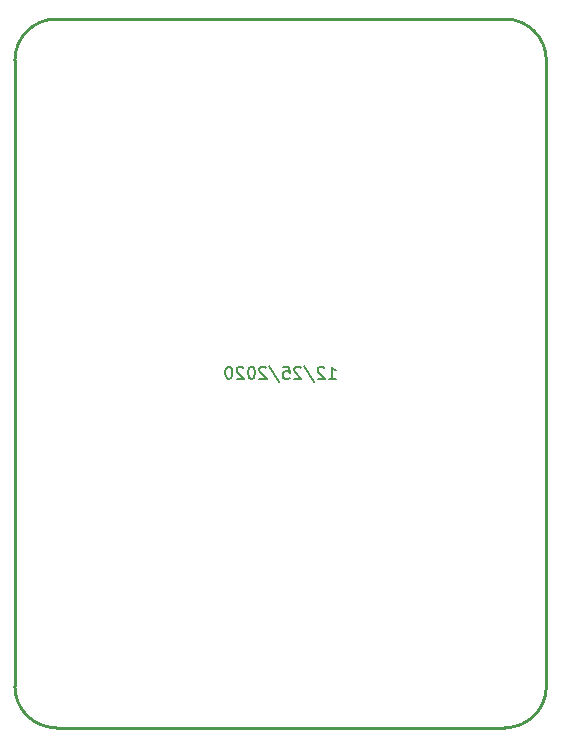
<source format=gbr>
%TF.GenerationSoftware,KiCad,Pcbnew,(5.1.8)-1*%
%TF.CreationDate,2020-12-25T19:20:46-06:00*%
%TF.ProjectId,Reaction Time Game,52656163-7469-46f6-9e20-54696d652047,rev?*%
%TF.SameCoordinates,Original*%
%TF.FileFunction,Legend,Bot*%
%TF.FilePolarity,Positive*%
%FSLAX46Y46*%
G04 Gerber Fmt 4.6, Leading zero omitted, Abs format (unit mm)*
G04 Created by KiCad (PCBNEW (5.1.8)-1) date 2020-12-25 19:20:46*
%MOMM*%
%LPD*%
G01*
G04 APERTURE LIST*
%ADD10C,0.150000*%
%TA.AperFunction,Profile*%
%ADD11C,0.254000*%
%TD*%
G04 APERTURE END LIST*
D10*
X104095238Y-100452380D02*
X104666666Y-100452380D01*
X104380952Y-100452380D02*
X104380952Y-99452380D01*
X104476190Y-99595238D01*
X104571428Y-99690476D01*
X104666666Y-99738095D01*
X103714285Y-99547619D02*
X103666666Y-99500000D01*
X103571428Y-99452380D01*
X103333333Y-99452380D01*
X103238095Y-99500000D01*
X103190476Y-99547619D01*
X103142857Y-99642857D01*
X103142857Y-99738095D01*
X103190476Y-99880952D01*
X103761904Y-100452380D01*
X103142857Y-100452380D01*
X102000000Y-99404761D02*
X102857142Y-100690476D01*
X101714285Y-99547619D02*
X101666666Y-99500000D01*
X101571428Y-99452380D01*
X101333333Y-99452380D01*
X101238095Y-99500000D01*
X101190476Y-99547619D01*
X101142857Y-99642857D01*
X101142857Y-99738095D01*
X101190476Y-99880952D01*
X101761904Y-100452380D01*
X101142857Y-100452380D01*
X100238095Y-99452380D02*
X100714285Y-99452380D01*
X100761904Y-99928571D01*
X100714285Y-99880952D01*
X100619047Y-99833333D01*
X100380952Y-99833333D01*
X100285714Y-99880952D01*
X100238095Y-99928571D01*
X100190476Y-100023809D01*
X100190476Y-100261904D01*
X100238095Y-100357142D01*
X100285714Y-100404761D01*
X100380952Y-100452380D01*
X100619047Y-100452380D01*
X100714285Y-100404761D01*
X100761904Y-100357142D01*
X99047619Y-99404761D02*
X99904761Y-100690476D01*
X98761904Y-99547619D02*
X98714285Y-99500000D01*
X98619047Y-99452380D01*
X98380952Y-99452380D01*
X98285714Y-99500000D01*
X98238095Y-99547619D01*
X98190476Y-99642857D01*
X98190476Y-99738095D01*
X98238095Y-99880952D01*
X98809523Y-100452380D01*
X98190476Y-100452380D01*
X97571428Y-99452380D02*
X97476190Y-99452380D01*
X97380952Y-99500000D01*
X97333333Y-99547619D01*
X97285714Y-99642857D01*
X97238095Y-99833333D01*
X97238095Y-100071428D01*
X97285714Y-100261904D01*
X97333333Y-100357142D01*
X97380952Y-100404761D01*
X97476190Y-100452380D01*
X97571428Y-100452380D01*
X97666666Y-100404761D01*
X97714285Y-100357142D01*
X97761904Y-100261904D01*
X97809523Y-100071428D01*
X97809523Y-99833333D01*
X97761904Y-99642857D01*
X97714285Y-99547619D01*
X97666666Y-99500000D01*
X97571428Y-99452380D01*
X96857142Y-99547619D02*
X96809523Y-99500000D01*
X96714285Y-99452380D01*
X96476190Y-99452380D01*
X96380952Y-99500000D01*
X96333333Y-99547619D01*
X96285714Y-99642857D01*
X96285714Y-99738095D01*
X96333333Y-99880952D01*
X96904761Y-100452380D01*
X96285714Y-100452380D01*
X95666666Y-99452380D02*
X95571428Y-99452380D01*
X95476190Y-99500000D01*
X95428571Y-99547619D01*
X95380952Y-99642857D01*
X95333333Y-99833333D01*
X95333333Y-100071428D01*
X95380952Y-100261904D01*
X95428571Y-100357142D01*
X95476190Y-100404761D01*
X95571428Y-100452380D01*
X95666666Y-100452380D01*
X95761904Y-100404761D01*
X95809523Y-100357142D01*
X95857142Y-100261904D01*
X95904761Y-100071428D01*
X95904761Y-99833333D01*
X95857142Y-99642857D01*
X95809523Y-99547619D01*
X95761904Y-99500000D01*
X95666666Y-99452380D01*
D11*
X122500000Y-73500000D02*
X122500000Y-126500000D01*
X77500000Y-126500000D02*
X77500000Y-73500000D01*
X81000000Y-130000000D02*
X119000000Y-130000000D01*
X81000000Y-70000000D02*
X119000000Y-70000000D01*
X122500000Y-126500000D02*
G75*
G02*
X119000000Y-130000000I-3500000J0D01*
G01*
X81000000Y-130000000D02*
G75*
G02*
X77500000Y-126500000I0J3500000D01*
G01*
X119000000Y-70000000D02*
G75*
G02*
X122500000Y-73500000I0J-3500000D01*
G01*
X77500000Y-73500000D02*
G75*
G02*
X81000000Y-70000000I3500000J0D01*
G01*
M02*

</source>
